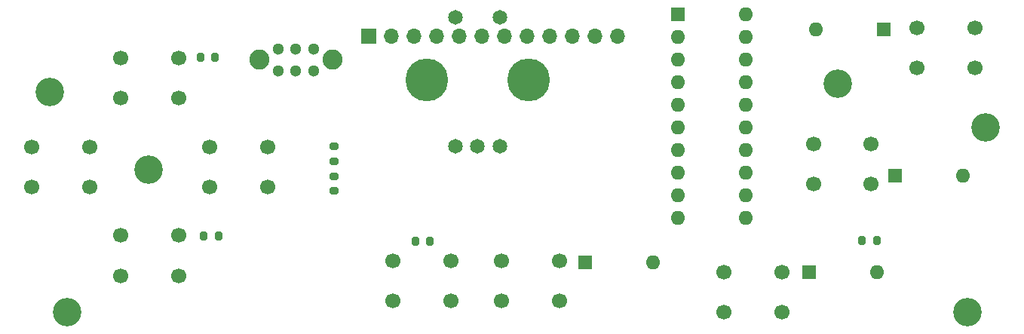
<source format=gts>
%TF.GenerationSoftware,KiCad,Pcbnew,(6.0.0)*%
%TF.CreationDate,2022-03-13T17:57:59-04:00*%
%TF.ProjectId,jaguar spinner integrated pcb,6a616775-6172-4207-9370-696e6e657220,rev?*%
%TF.SameCoordinates,Original*%
%TF.FileFunction,Soldermask,Top*%
%TF.FilePolarity,Negative*%
%FSLAX46Y46*%
G04 Gerber Fmt 4.6, Leading zero omitted, Abs format (unit mm)*
G04 Created by KiCad (PCBNEW (6.0.0)) date 2022-03-13 17:57:59*
%MOMM*%
%LPD*%
G01*
G04 APERTURE LIST*
G04 Aperture macros list*
%AMRoundRect*
0 Rectangle with rounded corners*
0 $1 Rounding radius*
0 $2 $3 $4 $5 $6 $7 $8 $9 X,Y pos of 4 corners*
0 Add a 4 corners polygon primitive as box body*
4,1,4,$2,$3,$4,$5,$6,$7,$8,$9,$2,$3,0*
0 Add four circle primitives for the rounded corners*
1,1,$1+$1,$2,$3*
1,1,$1+$1,$4,$5*
1,1,$1+$1,$6,$7*
1,1,$1+$1,$8,$9*
0 Add four rect primitives between the rounded corners*
20,1,$1+$1,$2,$3,$4,$5,0*
20,1,$1+$1,$4,$5,$6,$7,0*
20,1,$1+$1,$6,$7,$8,$9,0*
20,1,$1+$1,$8,$9,$2,$3,0*%
G04 Aperture macros list end*
%ADD10C,1.700000*%
%ADD11C,3.200000*%
%ADD12R,1.600000X1.600000*%
%ADD13O,1.600000X1.600000*%
%ADD14RoundRect,0.200000X-0.200000X-0.275000X0.200000X-0.275000X0.200000X0.275000X-0.200000X0.275000X0*%
%ADD15C,1.650000*%
%ADD16C,4.800000*%
%ADD17RoundRect,0.200000X0.200000X0.275000X-0.200000X0.275000X-0.200000X-0.275000X0.200000X-0.275000X0*%
%ADD18RoundRect,0.200000X-0.275000X0.200000X-0.275000X-0.200000X0.275000X-0.200000X0.275000X0.200000X0*%
%ADD19RoundRect,0.200000X0.275000X-0.200000X0.275000X0.200000X-0.275000X0.200000X-0.275000X-0.200000X0*%
%ADD20C,1.300000*%
%ADD21C,2.250000*%
%ADD22R,1.700000X1.700000*%
%ADD23O,1.700000X1.700000*%
G04 APERTURE END LIST*
D10*
%TO.C,SW5*%
X95189600Y-136419600D03*
X101689600Y-136419600D03*
X95189600Y-140919600D03*
X101689600Y-140919600D03*
%TD*%
D11*
%TO.C,REF\u002A\u002A*%
X98323400Y-129006600D03*
%TD*%
D10*
%TO.C,SW7*%
X172949600Y-126159600D03*
X179449600Y-126159600D03*
X172949600Y-130659600D03*
X179449600Y-130659600D03*
%TD*%
D12*
%TO.C,D7*%
X172466000Y-140538200D03*
D13*
X180086000Y-140538200D03*
%TD*%
D14*
%TO.C,R1*%
X128283200Y-137058400D03*
X129933200Y-137058400D03*
%TD*%
D10*
%TO.C,SW9*%
X137949600Y-139229600D03*
X144449600Y-139229600D03*
X137949600Y-143729600D03*
X144449600Y-143729600D03*
%TD*%
D15*
%TO.C,VR1*%
X132755000Y-111922800D03*
X137755000Y-111922800D03*
X132755000Y-126422800D03*
X137755000Y-126422800D03*
X135255000Y-126422800D03*
D16*
X129555000Y-118922800D03*
X140955000Y-118922800D03*
%TD*%
D17*
%TO.C,R5*%
X106184200Y-136423400D03*
X104534200Y-136423400D03*
%TD*%
D11*
%TO.C,REF\u002A\u002A*%
X175717200Y-119329200D03*
%TD*%
D14*
%TO.C,R2*%
X178422800Y-136956800D03*
X180072800Y-136956800D03*
%TD*%
D18*
%TO.C,R3*%
X119126000Y-126429000D03*
X119126000Y-128079000D03*
%TD*%
D11*
%TO.C,REF\u002A\u002A*%
X89203600Y-144977600D03*
%TD*%
D12*
%TO.C,U1*%
X157744000Y-111612600D03*
D13*
X157744000Y-114152600D03*
X157744000Y-116692600D03*
X157744000Y-119232600D03*
X157744000Y-121772600D03*
X157744000Y-124312600D03*
X157744000Y-126852600D03*
X157744000Y-129392600D03*
X157744000Y-131932600D03*
X157744000Y-134472600D03*
X165364000Y-134472600D03*
X165364000Y-131932600D03*
X165364000Y-129392600D03*
X165364000Y-126852600D03*
X165364000Y-124312600D03*
X165364000Y-121772600D03*
X165364000Y-119232600D03*
X165364000Y-116692600D03*
X165364000Y-114152600D03*
X165364000Y-111612600D03*
%TD*%
D11*
%TO.C,REF\u002A\u002A*%
X190253600Y-144977600D03*
%TD*%
%TO.C,REF\u002A\u002A*%
X192253600Y-124267600D03*
%TD*%
%TO.C,REF\u002A\u002A*%
X87203600Y-120267600D03*
%TD*%
D10*
%TO.C,SW4*%
X85219600Y-126449600D03*
X91719600Y-126449600D03*
X85219600Y-130949600D03*
X91719600Y-130949600D03*
%TD*%
D12*
%TO.C,D8*%
X147294600Y-139420600D03*
D13*
X154914600Y-139420600D03*
%TD*%
D10*
%TO.C,SW1*%
X125739600Y-139229600D03*
X132239600Y-139229600D03*
X125739600Y-143729600D03*
X132239600Y-143729600D03*
%TD*%
%TO.C,SW6*%
X95189600Y-116479600D03*
X101689600Y-116479600D03*
X95189600Y-120979600D03*
X101689600Y-120979600D03*
%TD*%
%TO.C,SW8*%
X162899600Y-140549600D03*
X169399600Y-140549600D03*
X162899600Y-145049600D03*
X169399600Y-145049600D03*
%TD*%
%TO.C,SW3*%
X105159600Y-126449600D03*
X111659600Y-126449600D03*
X105159600Y-130949600D03*
X111659600Y-130949600D03*
%TD*%
D12*
%TO.C,D6*%
X182168800Y-129667000D03*
D13*
X189788800Y-129667000D03*
%TD*%
D19*
%TO.C,R4*%
X119126000Y-131406400D03*
X119126000Y-129756400D03*
%TD*%
D10*
%TO.C,SW2*%
X184579600Y-113089600D03*
X191079600Y-113089600D03*
X184579600Y-117589600D03*
X191079600Y-117589600D03*
%TD*%
D12*
%TO.C,D3*%
X180873400Y-113284000D03*
D13*
X173253400Y-113284000D03*
%TD*%
D20*
%TO.C,S1*%
X116833400Y-117942400D03*
X114833400Y-117942400D03*
X112833400Y-117942400D03*
X116833400Y-115442400D03*
X114833400Y-115442400D03*
X112833400Y-115442400D03*
D21*
X118933400Y-116692400D03*
X110733400Y-116692400D03*
%TD*%
D17*
%TO.C,R6*%
X105777800Y-116408200D03*
X104127800Y-116408200D03*
%TD*%
D22*
%TO.C,J1*%
X123063000Y-114020600D03*
D23*
X125603000Y-114020600D03*
X128143000Y-114020600D03*
X130683000Y-114020600D03*
X133223000Y-114020600D03*
X135763000Y-114020600D03*
X138303000Y-114020600D03*
X140843000Y-114020600D03*
X143383000Y-114020600D03*
X145923000Y-114020600D03*
X148463000Y-114020600D03*
X151003000Y-114020600D03*
%TD*%
M02*

</source>
